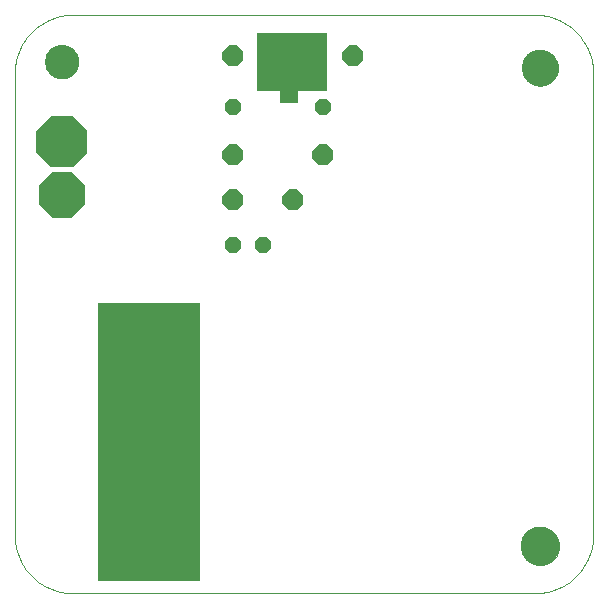
<source format=gbs>
G75*
G70*
%OFA0B0*%
%FSLAX24Y24*%
%IPPOS*%
%LPD*%
%AMOC8*
5,1,8,0,0,1.08239X$1,22.5*
%
%ADD10C,0.0004*%
%ADD11R,0.3400X0.9300*%
%ADD12R,0.2362X0.1969*%
%ADD13R,0.0591X0.0394*%
%ADD14C,0.0000*%
%ADD15C,0.1142*%
%ADD16C,0.1221*%
%ADD17C,0.1300*%
%ADD18OC8,0.0700*%
%ADD19OC8,0.0560*%
%ADD20OC8,0.1700*%
%ADD21OC8,0.1542*%
D10*
X002079Y000131D02*
X004048Y000131D01*
X017434Y000131D01*
X017528Y000133D01*
X017621Y000140D01*
X017714Y000151D01*
X017807Y000167D01*
X017898Y000187D01*
X017989Y000211D01*
X018078Y000239D01*
X018166Y000272D01*
X018252Y000309D01*
X018336Y000350D01*
X018419Y000395D01*
X018499Y000444D01*
X018576Y000496D01*
X018651Y000552D01*
X018723Y000612D01*
X018793Y000675D01*
X018859Y000741D01*
X018922Y000811D01*
X018982Y000883D01*
X019038Y000958D01*
X019090Y001035D01*
X019139Y001116D01*
X019184Y001198D01*
X019225Y001282D01*
X019262Y001368D01*
X019295Y001456D01*
X019323Y001545D01*
X019347Y001636D01*
X019367Y001727D01*
X019383Y001820D01*
X019394Y001913D01*
X019401Y002006D01*
X019403Y002100D01*
X019402Y002100D02*
X019402Y008399D01*
X019402Y017454D01*
X019403Y017454D02*
X019401Y017548D01*
X019394Y017641D01*
X019383Y017734D01*
X019367Y017827D01*
X019347Y017918D01*
X019323Y018009D01*
X019295Y018098D01*
X019262Y018186D01*
X019225Y018272D01*
X019184Y018356D01*
X019139Y018438D01*
X019090Y018519D01*
X019038Y018596D01*
X018982Y018671D01*
X018922Y018743D01*
X018859Y018813D01*
X018793Y018879D01*
X018723Y018942D01*
X018651Y019002D01*
X018576Y019058D01*
X018499Y019110D01*
X018418Y019159D01*
X018336Y019204D01*
X018252Y019245D01*
X018166Y019282D01*
X018078Y019315D01*
X017989Y019343D01*
X017898Y019367D01*
X017807Y019387D01*
X017714Y019403D01*
X017621Y019414D01*
X017528Y019421D01*
X017434Y019423D01*
X017434Y019422D02*
X015859Y019422D01*
X002079Y019422D01*
X002079Y019423D02*
X001985Y019421D01*
X001892Y019414D01*
X001799Y019403D01*
X001706Y019387D01*
X001615Y019367D01*
X001524Y019343D01*
X001435Y019315D01*
X001347Y019282D01*
X001261Y019245D01*
X001177Y019204D01*
X001094Y019159D01*
X001014Y019110D01*
X000937Y019058D01*
X000862Y019002D01*
X000790Y018942D01*
X000720Y018879D01*
X000654Y018813D01*
X000591Y018743D01*
X000531Y018671D01*
X000475Y018596D01*
X000423Y018519D01*
X000374Y018439D01*
X000329Y018356D01*
X000288Y018272D01*
X000251Y018186D01*
X000218Y018098D01*
X000190Y018009D01*
X000166Y017918D01*
X000146Y017827D01*
X000130Y017734D01*
X000119Y017641D01*
X000112Y017548D01*
X000110Y017454D01*
X000111Y017454D02*
X000111Y012336D01*
X000111Y002100D01*
X000110Y002100D02*
X000112Y002006D01*
X000119Y001913D01*
X000130Y001820D01*
X000146Y001727D01*
X000166Y001636D01*
X000190Y001545D01*
X000218Y001456D01*
X000251Y001368D01*
X000288Y001282D01*
X000329Y001198D01*
X000374Y001116D01*
X000423Y001035D01*
X000475Y000958D01*
X000531Y000883D01*
X000591Y000811D01*
X000654Y000741D01*
X000720Y000675D01*
X000790Y000612D01*
X000862Y000552D01*
X000937Y000496D01*
X001014Y000444D01*
X001094Y000395D01*
X001177Y000350D01*
X001261Y000309D01*
X001347Y000272D01*
X001435Y000239D01*
X001524Y000211D01*
X001615Y000187D01*
X001706Y000167D01*
X001799Y000151D01*
X001892Y000140D01*
X001985Y000133D01*
X002079Y000131D01*
D11*
X004584Y005179D03*
D12*
X009363Y017848D03*
D13*
X009264Y016666D03*
D14*
X001135Y017848D02*
X001137Y017895D01*
X001143Y017941D01*
X001153Y017987D01*
X001166Y018032D01*
X001184Y018075D01*
X001205Y018117D01*
X001229Y018157D01*
X001257Y018194D01*
X001288Y018229D01*
X001322Y018262D01*
X001358Y018291D01*
X001397Y018317D01*
X001438Y018340D01*
X001481Y018359D01*
X001525Y018375D01*
X001570Y018387D01*
X001616Y018395D01*
X001663Y018399D01*
X001709Y018399D01*
X001756Y018395D01*
X001802Y018387D01*
X001847Y018375D01*
X001891Y018359D01*
X001934Y018340D01*
X001975Y018317D01*
X002014Y018291D01*
X002050Y018262D01*
X002084Y018229D01*
X002115Y018194D01*
X002143Y018157D01*
X002167Y018117D01*
X002188Y018075D01*
X002206Y018032D01*
X002219Y017987D01*
X002229Y017941D01*
X002235Y017895D01*
X002237Y017848D01*
X002235Y017801D01*
X002229Y017755D01*
X002219Y017709D01*
X002206Y017664D01*
X002188Y017621D01*
X002167Y017579D01*
X002143Y017539D01*
X002115Y017502D01*
X002084Y017467D01*
X002050Y017434D01*
X002014Y017405D01*
X001975Y017379D01*
X001934Y017356D01*
X001891Y017337D01*
X001847Y017321D01*
X001802Y017309D01*
X001756Y017301D01*
X001709Y017297D01*
X001663Y017297D01*
X001616Y017301D01*
X001570Y017309D01*
X001525Y017321D01*
X001481Y017337D01*
X001438Y017356D01*
X001397Y017379D01*
X001358Y017405D01*
X001322Y017434D01*
X001288Y017467D01*
X001257Y017502D01*
X001229Y017539D01*
X001205Y017579D01*
X001184Y017621D01*
X001166Y017664D01*
X001153Y017709D01*
X001143Y017755D01*
X001137Y017801D01*
X001135Y017848D01*
X017040Y017651D02*
X017042Y017699D01*
X017048Y017747D01*
X017058Y017794D01*
X017071Y017840D01*
X017089Y017885D01*
X017109Y017929D01*
X017134Y017971D01*
X017162Y018010D01*
X017192Y018047D01*
X017226Y018081D01*
X017263Y018113D01*
X017301Y018142D01*
X017342Y018167D01*
X017385Y018189D01*
X017430Y018207D01*
X017476Y018221D01*
X017523Y018232D01*
X017571Y018239D01*
X017619Y018242D01*
X017667Y018241D01*
X017715Y018236D01*
X017763Y018227D01*
X017809Y018215D01*
X017854Y018198D01*
X017898Y018178D01*
X017940Y018155D01*
X017980Y018128D01*
X018018Y018098D01*
X018053Y018065D01*
X018085Y018029D01*
X018115Y017991D01*
X018141Y017950D01*
X018163Y017907D01*
X018183Y017863D01*
X018198Y017818D01*
X018210Y017771D01*
X018218Y017723D01*
X018222Y017675D01*
X018222Y017627D01*
X018218Y017579D01*
X018210Y017531D01*
X018198Y017484D01*
X018183Y017439D01*
X018163Y017395D01*
X018141Y017352D01*
X018115Y017311D01*
X018085Y017273D01*
X018053Y017237D01*
X018018Y017204D01*
X017980Y017174D01*
X017940Y017147D01*
X017898Y017124D01*
X017854Y017104D01*
X017809Y017087D01*
X017763Y017075D01*
X017715Y017066D01*
X017667Y017061D01*
X017619Y017060D01*
X017571Y017063D01*
X017523Y017070D01*
X017476Y017081D01*
X017430Y017095D01*
X017385Y017113D01*
X017342Y017135D01*
X017301Y017160D01*
X017263Y017189D01*
X017226Y017221D01*
X017192Y017255D01*
X017162Y017292D01*
X017134Y017331D01*
X017109Y017373D01*
X017089Y017417D01*
X017071Y017462D01*
X017058Y017508D01*
X017048Y017555D01*
X017042Y017603D01*
X017040Y017651D01*
X017001Y001706D02*
X017003Y001756D01*
X017009Y001806D01*
X017019Y001855D01*
X017033Y001903D01*
X017050Y001950D01*
X017071Y001995D01*
X017096Y002039D01*
X017124Y002080D01*
X017156Y002119D01*
X017190Y002156D01*
X017227Y002190D01*
X017267Y002220D01*
X017309Y002247D01*
X017353Y002271D01*
X017399Y002292D01*
X017446Y002308D01*
X017494Y002321D01*
X017544Y002330D01*
X017593Y002335D01*
X017644Y002336D01*
X017694Y002333D01*
X017743Y002326D01*
X017792Y002315D01*
X017840Y002300D01*
X017886Y002282D01*
X017931Y002260D01*
X017974Y002234D01*
X018015Y002205D01*
X018054Y002173D01*
X018090Y002138D01*
X018122Y002100D01*
X018152Y002060D01*
X018179Y002017D01*
X018202Y001973D01*
X018221Y001927D01*
X018237Y001879D01*
X018249Y001830D01*
X018257Y001781D01*
X018261Y001731D01*
X018261Y001681D01*
X018257Y001631D01*
X018249Y001582D01*
X018237Y001533D01*
X018221Y001485D01*
X018202Y001439D01*
X018179Y001395D01*
X018152Y001352D01*
X018122Y001312D01*
X018090Y001274D01*
X018054Y001239D01*
X018015Y001207D01*
X017974Y001178D01*
X017931Y001152D01*
X017886Y001130D01*
X017840Y001112D01*
X017792Y001097D01*
X017743Y001086D01*
X017694Y001079D01*
X017644Y001076D01*
X017593Y001077D01*
X017544Y001082D01*
X017494Y001091D01*
X017446Y001104D01*
X017399Y001120D01*
X017353Y001141D01*
X017309Y001165D01*
X017267Y001192D01*
X017227Y001222D01*
X017190Y001256D01*
X017156Y001293D01*
X017124Y001332D01*
X017096Y001373D01*
X017071Y001417D01*
X017050Y001462D01*
X017033Y001509D01*
X017019Y001557D01*
X017009Y001606D01*
X017003Y001656D01*
X017001Y001706D01*
D15*
X001686Y017848D03*
D16*
X017631Y017651D03*
D17*
X017631Y001706D03*
D18*
X009408Y013231D03*
X010408Y014731D03*
X007408Y014731D03*
X007408Y013231D03*
X007408Y018031D03*
X011408Y018031D03*
D19*
X010408Y016331D03*
X007408Y016331D03*
X007386Y011745D03*
X008386Y011745D03*
D20*
X001686Y015185D03*
D21*
X001686Y013414D03*
M02*

</source>
